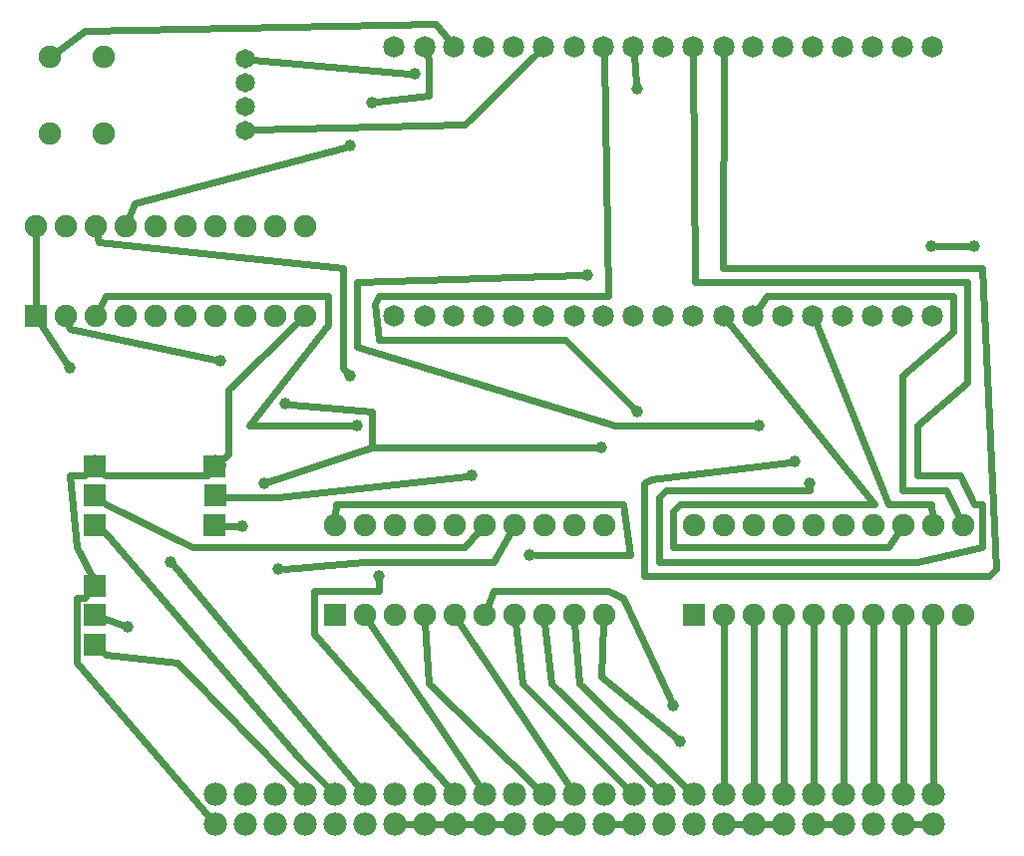
<source format=gtl>
G04 MADE WITH FRITZING*
G04 WWW.FRITZING.ORG*
G04 DOUBLE SIDED*
G04 HOLES PLATED*
G04 CONTOUR ON CENTER OF CONTOUR VECTOR*
%ASAXBY*%
%FSLAX23Y23*%
%MOIN*%
%OFA0B0*%
%SFA1.0B1.0*%
%ADD10C,0.065000*%
%ADD11C,0.075000*%
%ADD12C,0.078000*%
%ADD13C,0.072000*%
%ADD14C,0.071858*%
%ADD15C,0.039370*%
%ADD16R,0.075000X0.075000*%
%ADD17R,0.000000X0.000000*%
%ADD18R,0.072000X0.072000*%
%ADD19C,0.024000*%
%LNCOPPER1*%
G90*
G70*
G54D10*
X933Y2851D03*
X933Y2772D03*
X933Y2693D03*
X933Y2614D03*
G54D11*
X282Y2602D03*
X282Y2858D03*
X459Y2602D03*
X459Y2858D03*
X2433Y993D03*
X2433Y1293D03*
X2533Y993D03*
X2533Y1293D03*
X2633Y993D03*
X2633Y1293D03*
X2733Y993D03*
X2733Y1293D03*
X2833Y993D03*
X2833Y1293D03*
X2933Y993D03*
X2933Y1293D03*
X3033Y993D03*
X3033Y1293D03*
X3133Y993D03*
X3133Y1293D03*
X3233Y993D03*
X3233Y1293D03*
X3333Y993D03*
X3333Y1293D03*
X1233Y993D03*
X1233Y1293D03*
X1333Y993D03*
X1333Y1293D03*
X1433Y993D03*
X1433Y1293D03*
X1533Y993D03*
X1533Y1293D03*
X1633Y993D03*
X1633Y1293D03*
X1733Y993D03*
X1733Y1293D03*
X1833Y993D03*
X1833Y1293D03*
X1933Y993D03*
X1933Y1293D03*
X2033Y993D03*
X2033Y1293D03*
X2133Y993D03*
X2133Y1293D03*
G54D12*
X3233Y393D03*
X3133Y393D03*
X3033Y393D03*
X2933Y393D03*
X2833Y393D03*
X2733Y393D03*
X2633Y393D03*
X2533Y393D03*
X2433Y393D03*
X2333Y393D03*
X2233Y393D03*
X2133Y393D03*
X2033Y393D03*
X1933Y393D03*
X1833Y393D03*
X1733Y393D03*
X1633Y393D03*
X1533Y393D03*
X1433Y393D03*
X1333Y393D03*
X1233Y393D03*
X1133Y393D03*
X1033Y393D03*
X933Y393D03*
X833Y393D03*
X3233Y393D03*
X3133Y393D03*
X3033Y393D03*
X2933Y393D03*
X2833Y393D03*
X2733Y393D03*
X2633Y393D03*
X2533Y393D03*
X2433Y393D03*
X2333Y393D03*
X2233Y393D03*
X2133Y393D03*
X2033Y393D03*
X1933Y393D03*
X1833Y393D03*
X1733Y393D03*
X1633Y393D03*
X1533Y393D03*
X1433Y393D03*
X1333Y393D03*
X1233Y393D03*
X1133Y393D03*
X1033Y393D03*
X933Y393D03*
X833Y393D03*
X833Y293D03*
X933Y293D03*
X1033Y293D03*
X1133Y293D03*
X1233Y293D03*
X1333Y293D03*
X1433Y293D03*
X1533Y293D03*
X1633Y293D03*
X1733Y293D03*
X1833Y293D03*
X1933Y293D03*
X2033Y293D03*
X2133Y293D03*
X2233Y293D03*
X2333Y293D03*
X2433Y293D03*
X2533Y293D03*
X2633Y293D03*
X2733Y293D03*
X2833Y293D03*
X2933Y293D03*
X3033Y293D03*
X3133Y293D03*
X3233Y293D03*
G54D13*
X833Y1492D03*
X833Y1392D03*
X833Y1292D03*
X432Y1493D03*
X432Y1393D03*
X432Y1293D03*
X432Y1093D03*
X432Y993D03*
X432Y893D03*
G54D14*
X1432Y1994D03*
X1533Y1994D03*
X1632Y1994D03*
X1732Y1994D03*
X1832Y1994D03*
X1932Y1994D03*
X2033Y1994D03*
X2132Y1994D03*
X2232Y1994D03*
X2332Y1994D03*
X2432Y1994D03*
X2533Y1994D03*
X2632Y1994D03*
X2732Y1994D03*
X2832Y1994D03*
X2932Y1994D03*
X3032Y1994D03*
X3132Y1994D03*
X3232Y1994D03*
X3232Y2893D03*
X3132Y2893D03*
X3032Y2893D03*
X2932Y2893D03*
X2832Y2893D03*
X2732Y2893D03*
X2632Y2893D03*
X2533Y2893D03*
X2432Y2893D03*
X2332Y2893D03*
X2232Y2893D03*
X2132Y2893D03*
X2033Y2893D03*
X1932Y2893D03*
X1832Y2893D03*
X1732Y2893D03*
X1632Y2893D03*
X1533Y2893D03*
X1432Y2893D03*
G54D11*
X233Y1993D03*
X233Y2293D03*
X333Y1993D03*
X333Y2293D03*
X433Y1993D03*
X433Y2293D03*
X533Y1993D03*
X533Y2293D03*
X633Y1993D03*
X633Y2293D03*
X733Y1993D03*
X733Y2293D03*
X833Y1993D03*
X833Y2293D03*
X933Y1993D03*
X933Y2293D03*
X1033Y1993D03*
X1033Y2293D03*
X1133Y1993D03*
X1133Y2293D03*
G54D15*
X2364Y690D03*
X2772Y1506D03*
X1356Y2706D03*
X1284Y2562D03*
X2820Y1434D03*
X1692Y1458D03*
X1308Y1626D03*
X1284Y1794D03*
X1500Y2802D03*
X1044Y1146D03*
X540Y954D03*
X684Y1170D03*
X924Y1290D03*
X2652Y1626D03*
X2076Y2130D03*
X2244Y2754D03*
X2244Y1674D03*
X852Y1842D03*
X1380Y1122D03*
X2388Y570D03*
X3228Y2226D03*
X3372Y2226D03*
X1884Y1194D03*
X2124Y1554D03*
X348Y1818D03*
X996Y1434D03*
X1068Y1698D03*
G54D16*
X2433Y993D03*
X1233Y993D03*
G54D17*
X832Y1490D03*
X832Y1291D03*
X833Y1391D03*
G54D18*
X833Y1391D03*
X832Y1291D03*
X832Y1490D03*
G54D17*
X430Y1490D03*
X430Y1291D03*
X432Y1391D03*
G54D18*
X432Y1391D03*
X430Y1291D03*
X430Y1490D03*
G54D17*
X430Y1090D03*
X430Y891D03*
X432Y991D03*
G54D18*
X432Y991D03*
X430Y891D03*
X430Y1090D03*
G54D16*
X233Y1993D03*
G54D19*
X2533Y965D02*
X2533Y423D01*
D02*
X2833Y965D02*
X2833Y423D01*
D02*
X3233Y965D02*
X3233Y423D01*
D02*
X3033Y965D02*
X3033Y423D01*
D02*
X3133Y965D02*
X3133Y423D01*
D02*
X2733Y965D02*
X2733Y423D01*
D02*
X2933Y965D02*
X2933Y423D01*
D02*
X2633Y965D02*
X2633Y423D01*
D02*
X460Y865D02*
X468Y858D01*
X468Y858D02*
X708Y834D01*
X708Y834D02*
X1112Y415D01*
D02*
X1935Y965D02*
X1956Y762D01*
X1956Y762D02*
X2311Y414D01*
D02*
X2035Y965D02*
X2052Y762D01*
X2052Y762D02*
X2411Y414D01*
D02*
X1836Y965D02*
X1860Y762D01*
X1860Y762D02*
X2211Y414D01*
D02*
X1348Y969D02*
X1716Y418D01*
D02*
X1534Y965D02*
X1548Y762D01*
X1548Y762D02*
X1911Y414D01*
D02*
X1648Y969D02*
X2016Y418D01*
D02*
X2002Y293D02*
X1963Y293D01*
D02*
X2202Y293D02*
X2163Y293D01*
D02*
X2602Y293D02*
X2563Y293D01*
D02*
X2702Y293D02*
X2663Y293D01*
D02*
X2902Y293D02*
X2863Y293D01*
D02*
X3202Y293D02*
X3163Y293D01*
D02*
X1763Y293D02*
X1802Y293D01*
D02*
X1663Y293D02*
X1702Y293D01*
D02*
X1563Y293D02*
X1602Y293D01*
D02*
X1463Y293D02*
X1502Y293D01*
D02*
X2131Y965D02*
X2124Y786D01*
X2124Y786D02*
X2373Y582D01*
D02*
X405Y1060D02*
X396Y1050D01*
X396Y1050D02*
X372Y1050D01*
X372Y1050D02*
X372Y834D01*
X372Y834D02*
X813Y316D01*
D02*
X401Y1463D02*
X396Y1458D01*
X396Y1458D02*
X348Y1458D01*
X348Y1458D02*
X372Y1218D01*
X372Y1218D02*
X420Y1122D01*
X420Y1122D02*
X418Y1128D01*
D02*
X806Y1460D02*
X804Y1458D01*
X804Y1458D02*
X468Y1458D01*
X468Y1458D02*
X460Y1464D01*
D02*
X1112Y1973D02*
X876Y1746D01*
X876Y1746D02*
X876Y1530D01*
X876Y1530D02*
X861Y1517D01*
D02*
X1743Y1020D02*
X1764Y1074D01*
X1764Y1074D02*
X2148Y1074D01*
X2148Y1074D02*
X2196Y1050D01*
X2196Y1050D02*
X2356Y707D01*
D02*
X956Y2615D02*
X1668Y2634D01*
X1668Y2634D02*
X1910Y2872D01*
D02*
X2843Y1966D02*
X3084Y1362D01*
X3084Y1362D02*
X3228Y1362D01*
X3228Y1362D02*
X3231Y1322D01*
D02*
X1613Y2917D02*
X1572Y2970D01*
X1572Y2970D02*
X396Y2946D01*
X396Y2946D02*
X305Y2875D01*
D02*
X463Y1366D02*
X468Y1362D01*
X468Y1362D02*
X756Y1218D01*
X756Y1218D02*
X1668Y1218D01*
X1668Y1218D02*
X1714Y1271D01*
D02*
X463Y1269D02*
X468Y1266D01*
X468Y1266D02*
X1116Y510D01*
X1116Y510D02*
X1211Y415D01*
D02*
X872Y1290D02*
X876Y1290D01*
X876Y1290D02*
X905Y1290D01*
D02*
X696Y1155D02*
X1313Y416D01*
D02*
X2552Y1970D02*
X3036Y1362D01*
X3036Y1362D02*
X2388Y1362D01*
X2388Y1362D02*
X2364Y1338D01*
X2364Y1338D02*
X2364Y1218D01*
X2364Y1218D02*
X3084Y1218D01*
X3084Y1218D02*
X3117Y1269D01*
D02*
X1481Y2803D02*
X956Y2849D01*
D02*
X2649Y2019D02*
X2676Y2058D01*
X2676Y2058D02*
X3300Y2058D01*
X3300Y2058D02*
X3300Y1938D01*
X3300Y1938D02*
X3132Y1794D01*
X3132Y1794D02*
X3132Y1410D01*
X3132Y1410D02*
X3276Y1410D01*
X3276Y1410D02*
X3320Y1319D01*
D02*
X2432Y2863D02*
X2436Y2106D01*
X2436Y2106D02*
X3348Y2106D01*
X3348Y2106D02*
X3348Y1770D01*
X3348Y1770D02*
X3180Y1626D01*
X3180Y1626D02*
X3180Y1458D01*
X3180Y1458D02*
X3324Y1458D01*
X3324Y1458D02*
X3372Y1362D01*
X3372Y1362D02*
X3396Y1362D01*
X3396Y1362D02*
X3396Y1218D01*
X3396Y1218D02*
X3180Y1170D01*
X3180Y1170D02*
X2316Y1170D01*
X2316Y1170D02*
X2316Y1386D01*
X2316Y1386D02*
X2340Y1410D01*
X2340Y1410D02*
X2820Y1410D01*
X2820Y1410D02*
X2820Y1415D01*
D02*
X2533Y2863D02*
X2532Y2154D01*
X2532Y2154D02*
X3396Y2154D01*
X3396Y2154D02*
X3444Y1146D01*
X3444Y1146D02*
X3420Y1122D01*
X3420Y1122D02*
X2268Y1122D01*
X2268Y1122D02*
X2268Y1434D01*
X2268Y1434D02*
X2292Y1446D01*
X2292Y1446D02*
X2753Y1503D01*
D02*
X543Y2320D02*
X564Y2370D01*
X564Y2370D02*
X1266Y2557D01*
D02*
X1375Y2708D02*
X1548Y2730D01*
X1548Y2730D02*
X1548Y2850D01*
X1548Y2850D02*
X1543Y2864D01*
D02*
X2133Y2863D02*
X2148Y2058D01*
X2148Y2058D02*
X1380Y2058D01*
X1380Y2058D02*
X1368Y2034D01*
X1368Y2034D02*
X1380Y1914D01*
X1380Y1914D02*
X2004Y1914D01*
X2004Y1914D02*
X2231Y1687D01*
D02*
X2235Y2863D02*
X2242Y2773D01*
D02*
X2057Y2129D02*
X1308Y2106D01*
X1308Y2106D02*
X1308Y1890D01*
X1308Y1890D02*
X2172Y1626D01*
X2172Y1626D02*
X2633Y1626D01*
D02*
X1271Y1807D02*
X1260Y1818D01*
X1260Y1818D02*
X1260Y2154D01*
X1260Y2154D02*
X444Y2238D01*
X444Y2238D02*
X438Y2265D01*
D02*
X1613Y416D02*
X1164Y930D01*
X1164Y930D02*
X1164Y1074D01*
X1164Y1074D02*
X1380Y1074D01*
X1380Y1074D02*
X1380Y1103D01*
D02*
X342Y1966D02*
X348Y1950D01*
X348Y1950D02*
X833Y1846D01*
D02*
X446Y2018D02*
X468Y2058D01*
X468Y2058D02*
X1212Y2058D01*
X1212Y2058D02*
X1212Y1962D01*
X1212Y1962D02*
X948Y1626D01*
X948Y1626D02*
X1289Y1626D01*
D02*
X1234Y1322D02*
X1236Y1362D01*
X1236Y1362D02*
X2196Y1362D01*
X2196Y1362D02*
X2220Y1194D01*
X2220Y1194D02*
X1903Y1194D01*
D02*
X3353Y2226D02*
X3247Y2226D01*
D02*
X233Y2265D02*
X233Y2022D01*
D02*
X1087Y1696D02*
X1356Y1674D01*
X1356Y1674D02*
X1356Y1554D01*
X1356Y1554D02*
X1014Y1440D01*
D02*
X338Y1833D02*
X248Y1969D01*
D02*
X2105Y1554D02*
X1356Y1554D01*
D02*
X469Y977D02*
X468Y978D01*
X468Y978D02*
X522Y960D01*
D02*
X1063Y1147D02*
X1332Y1170D01*
X1332Y1170D02*
X1764Y1170D01*
X1764Y1170D02*
X1819Y1268D01*
D02*
X873Y1386D02*
X876Y1386D01*
X876Y1386D02*
X1044Y1386D01*
X1044Y1386D02*
X1673Y1456D01*
G04 End of Copper1*
M02*
</source>
